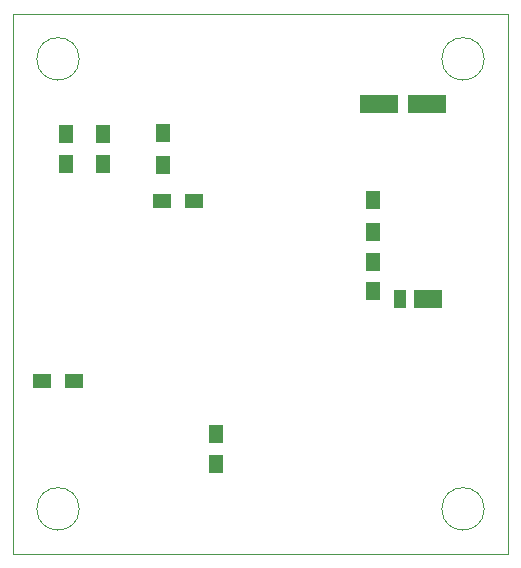
<source format=gbr>
%TF.GenerationSoftware,KiCad,Pcbnew,4.0.7*%
%TF.CreationDate,2018-04-11T16:34:22+03:00*%
%TF.ProjectId,capacity_sensor,63617061636974795F73656E736F722E,rev?*%
%TF.FileFunction,Paste,Bot*%
%FSLAX46Y46*%
G04 Gerber Fmt 4.6, Leading zero omitted, Abs format (unit mm)*
G04 Created by KiCad (PCBNEW 4.0.7) date 04/11/18 16:34:22*
%MOMM*%
%LPD*%
G01*
G04 APERTURE LIST*
%ADD10C,0.100000*%
%ADD11R,1.250000X1.500000*%
%ADD12R,3.200000X1.500000*%
%ADD13R,2.400000X1.500000*%
%ADD14R,1.050000X1.500000*%
%ADD15R,1.500000X1.300000*%
%ADD16R,1.300000X1.500000*%
G04 APERTURE END LIST*
D10*
X119380000Y-129540000D02*
X119380000Y-83820000D01*
X161290000Y-129540000D02*
X119380000Y-129540000D01*
X161290000Y-83820000D02*
X161290000Y-129540000D01*
X119380000Y-83820000D02*
X161290000Y-83820000D01*
X159276051Y-125730000D02*
G75*
G03X159276051Y-125730000I-1796051J0D01*
G01*
X124986051Y-125730000D02*
G75*
G03X124986051Y-125730000I-1796051J0D01*
G01*
X159276051Y-87630000D02*
G75*
G03X159276051Y-87630000I-1796051J0D01*
G01*
X124986051Y-87630000D02*
G75*
G03X124986051Y-87630000I-1796051J0D01*
G01*
D11*
X136525000Y-119400000D03*
X136525000Y-121900000D03*
X123825000Y-96500000D03*
X123825000Y-94000000D03*
D12*
X150400000Y-91440000D03*
X154400000Y-91440000D03*
D11*
X149860000Y-104795000D03*
X149860000Y-107295000D03*
X127000000Y-96500000D03*
X127000000Y-94000000D03*
D13*
X154520000Y-107950000D03*
D14*
X152145000Y-107950000D03*
D15*
X134700000Y-99695000D03*
X132000000Y-99695000D03*
D16*
X132080000Y-93900000D03*
X132080000Y-96600000D03*
D15*
X121840000Y-114935000D03*
X124540000Y-114935000D03*
D16*
X149860000Y-99615000D03*
X149860000Y-102315000D03*
M02*

</source>
